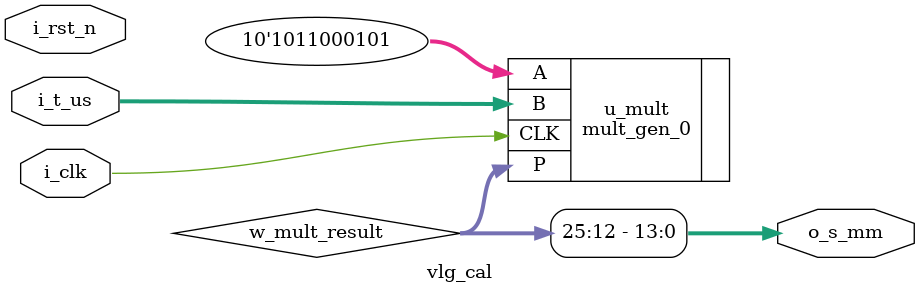
<source format=v>
`timescale 1ns/1ps
module vlg_cal
(
	input i_clk, //200MHz    5ns
    input i_rst_n,
    input [15:0] i_t_us,
    output [13:0]  o_s_mm
    );

// s=0.173*t
// S*4096=0.173*4096
// S*4096=709*t;
//  S=709*t>>12
//  
//  ·½·¨1Ö±½ÓÊ¹ÓÃIPºË   xilinx Ö§³ÖÖ±½Ó³ËºÅ£¬Ê¹ÓÃ×¨ÓÃ³Ë·¨Æ÷£¬ µ«¸üÍÆ¼öIPºË £¬Ñ¡Ôñ×îÓÅ»¯ÉèÖÃ£¬
//  Ê¹ÐÔÄÜ¸üºÃ
//  ·½·¨2  709 =512+128+64+4+1=2^9+2^7+2^6+2^2+2^0

//////////////////////////////
//³Ë·¨Æ÷ ipÀý»¯

wire [25:0] w_mult_result;

mult_gen_0 u_mult (
  .CLK(i_clk),  // input wire CLK
  .A(10'd709),      // input wire [9 : 0] A
  .B(i_t_us),      // input wire [15 : 0] B
  .P(w_mult_result)      // output wire [25 : 0] P
);
//ÓÒÒÆ12Î» ËùÒÔÖ»ÐèÒª¸ß14Î»
assign o_s_mm = w_mult_result[25:12];




    
endmodule


</source>
